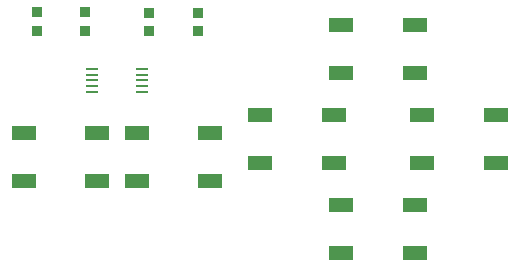
<source format=gbr>
G04 EAGLE Gerber RS-274X export*
G75*
%MOMM*%
%FSLAX34Y34*%
%LPD*%
%INSolderpaste Top*%
%IPPOS*%
%AMOC8*
5,1,8,0,0,1.08239X$1,22.5*%
G01*
%ADD10R,2.000000X1.200000*%
%ADD11R,0.900000X0.900000*%
%ADD12R,1.000000X0.250000*%


D10*
X495820Y145100D03*
X433820Y145100D03*
X433820Y185100D03*
X495820Y185100D03*
X502400Y261300D03*
X564400Y261300D03*
X564400Y221300D03*
X502400Y221300D03*
X502400Y108900D03*
X564400Y108900D03*
X564400Y68900D03*
X502400Y68900D03*
X632980Y145100D03*
X570980Y145100D03*
X570980Y185100D03*
X632980Y185100D03*
D11*
X244295Y256795D03*
X244295Y272795D03*
X285295Y272795D03*
X285295Y256795D03*
X339545Y256160D03*
X339545Y272160D03*
X380545Y272160D03*
X380545Y256160D03*
D10*
X391045Y129860D03*
X329045Y129860D03*
X329045Y169860D03*
X391045Y169860D03*
X295795Y129860D03*
X233795Y129860D03*
X233795Y169860D03*
X295795Y169860D03*
D12*
X291289Y224630D03*
X291289Y219630D03*
X291289Y214630D03*
X291289Y209630D03*
X291289Y204630D03*
X333551Y204630D03*
X333551Y209630D03*
X333551Y214630D03*
X333551Y219630D03*
X333551Y224630D03*
M02*

</source>
